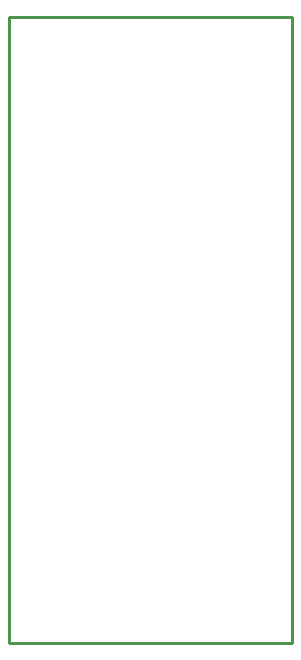
<source format=gbr>
G04*
G04 #@! TF.GenerationSoftware,Altium Limited,Altium Designer,24.5.2 (23)*
G04*
G04 Layer_Color=16711935*
%FSLAX25Y25*%
%MOIN*%
G70*
G04*
G04 #@! TF.SameCoordinates,31991F0E-98CA-4A4E-B794-B5AF52ABA4E1*
G04*
G04*
G04 #@! TF.FilePolarity,Positive*
G04*
G01*
G75*
%ADD11C,0.01000*%
D11*
X94488Y0D02*
Y208661D01*
X0Y208661D02*
X94500Y208661D01*
X0Y0D02*
Y208661D01*
Y0D02*
X94488D01*
M02*

</source>
